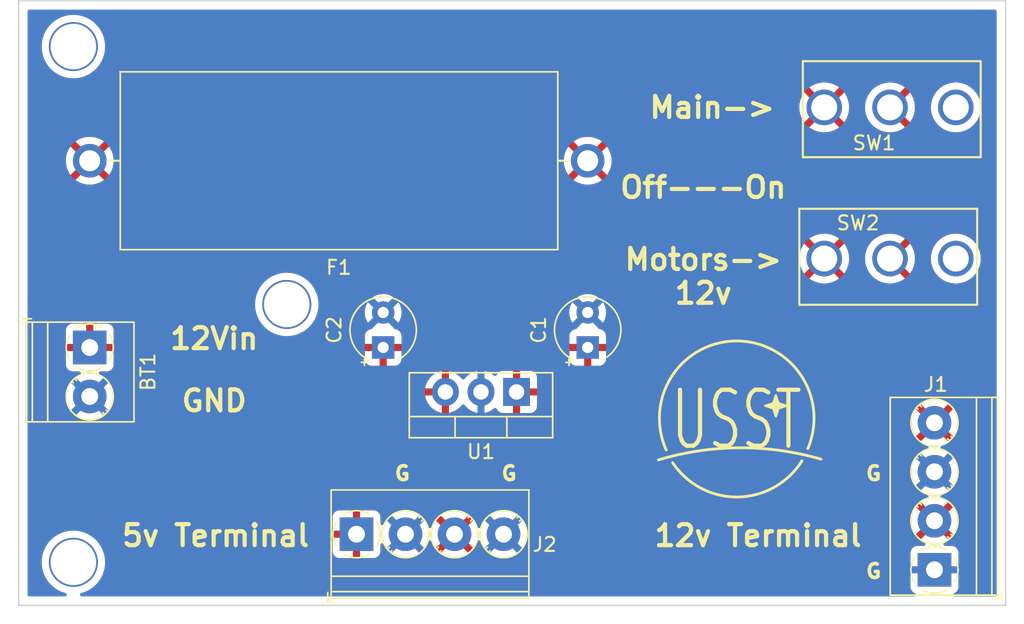
<source format=kicad_pcb>
(kicad_pcb (version 20221018) (generator pcbnew)
  (layers (0 "F.Cu" signal) (31 "B.Cu" signal) (34 "B.Paste" user) (35 "F.Paste" user) (36 "B.SilkS" user "B.Silkscreen") (37 "F.SilkS" user "F.Silkscreen") (38 "B.Mask" user) (39 "F.Mask" user) (44 "Edge.Cuts" user))
  (net 0 "")
  (net 1 "/12v")
  (net 2 "GND")
  (net 3 "Net-(C1-Pad1)")
  (net 4 "/5v")
  (net 5 "Net-(F1-Pad2)")
  (net 6 "Net-(J1-Pad2)")
  (footprint "TerminalBlock_Phoenix:TerminalBlock_Phoenix_PT-1,5-2-3.5-H_1x02_P3.50mm_Horizontal" (layer "F.Cu") (at 53.594 56.261 -90)
    (fp_text reference "BT1" (at 1.75 -4.16 270) (layer "F.SilkS"))
    (fp_text value "Battery")
    (fp_line (start -2.05 4.16) (end -2.05 4.8) (stroke (width 0.12)) (layer "F.SilkS"))
    (fp_line (start -2.05 4.8) (end -1.65 4.8) (stroke (width 0.12)) (layer "F.SilkS"))
    (fp_line (start -1.81 -3.16) (end -1.81 4.56) (stroke (width 0.12)) (layer "F.SilkS"))
    (fp_line (start -1.81 -3.16) (end 5.31 -3.16) (stroke (width 0.12)) (layer "F.SilkS"))
    (fp_line (start -1.81 3) (end 5.31 3) (stroke (width 0.12)) (layer "F.SilkS"))
    (fp_line (start -1.81 4.1) (end 5.31 4.1) (stroke (width 0.12)) (layer "F.SilkS"))
    (fp_line (start -1.81 4.56) (end 5.31 4.56) (stroke (width 0.12)) (layer "F.SilkS"))
    (fp_line (start 2.355 0.941) (end 2.226 1.069) (stroke (width 0.12)) (layer "F.SilkS"))
    (fp_line (start 2.525 1.181) (end 2.431 1.274) (stroke (width 0.12)) (layer "F.SilkS"))
    (fp_line (start 4.57 -1.275) (end 4.476 -1.181) (stroke (width 0.12)) (layer "F.SilkS"))
    (fp_line (start 4.775 -1.069) (end 4.646 -0.941) (stroke (width 0.12)) (layer "F.SilkS"))
    (fp_line (start 5.31 -3.16) (end 5.31 4.56) (stroke (width 0.12)) (layer "F.SilkS"))
    (fp_arc (start -1.425358 0.889894) (mid -1.680286 0.014012) (end -1.44 -0.866) (stroke (width 0.12)) (layer "F.SilkS"))
    (fp_arc (start -0.889894 -1.425358) (mid -0.014012 -1.680286) (end 0.866 -1.44) (stroke (width 0.12)) (layer "F.SilkS"))
    (fp_arc (start 0.028674 1.680099) (mid -0.435535 1.622918) (end -0.866 1.44) (stroke (width 0.12)) (layer "F.SilkS"))
    (fp_arc (start 0.890264 1.424721) (mid 0.463071 1.61492) (end 0 1.68) (stroke (width 0.12)) (layer "F.SilkS"))
    (fp_arc (start 1.425504 -0.890193) (mid 1.680626 0.000476) (end 1.425 0.891) (stroke (width 0.12)) (layer "F.SilkS"))
    (fp_circle (center 3.5 0) (end 5.18 0) (stroke (width 0.12)) (fill none) (layer "F.SilkS"))
    (pad "1" thru_hole rect (at 0 0 270) (size 2.4 2.4) (drill 1.2) (layers "*.Cu" "*.Mask") (net 1 "/12v"))
    (pad "2" thru_hole circle (at 3.5 0 270) (size 2.4 2.4) (drill 1.2) (layers "*.Cu" "*.Mask") (net 2 "GND"))
  )
  (footprint "Capacitor_THT:CP_Radial_Tantal_D4.5mm_P2.50mm" (layer "F.Cu") (at 74.549 56.261 90)
    (fp_text reference "C2" (at 1.25 -3.5 90) (layer "F.SilkS"))
    (fp_text value "u 0.1F")
    (fp_line (start -1.287288 -1.335) (end -0.837288 -1.335) (stroke (width 0.12)) (layer "F.SilkS"))
    (fp_line (start -1.062288 -1.56) (end -1.062288 -1.11) (stroke (width 0.12)) (layer "F.SilkS"))
    (fp_arc (start -0.869741 -1.06) (mid 3.62 0) (end -0.869741 1.06) (stroke (width 0.12)) (layer "F.SilkS"))
    (pad "1" thru_hole rect (at 0 0 90) (size 1.6 1.6) (drill 0.8) (layers "*.Cu" "*.Mask") (net 4 "/5v"))
    (pad "2" thru_hole circle (at 2.5 0 90) (size 1.6 1.6) (drill 0.8) (layers "*.Cu" "*.Mask") (net 2 "GND"))
  )
  (footprint "Mini-Rover-Power Distribution:LittleFuseHolder-03540101ZXGY-" (layer "F.Cu") (at 53.594 42.926)
    (fp_text reference "F1" (at 17.78 7.62) (layer "F.SilkS"))
    (fp_text value "6.3 A")
    (fp_line (start 1.4 0) (end 2.18 0) (stroke (width 0.15)) (layer "F.SilkS"))
    (fp_line (start 2.159 -6.35) (end 33.44 -6.35) (stroke (width 0.12)) (layer "F.SilkS"))
    (fp_line (start 2.18 -6.35) (end 2.18 6.35) (stroke (width 0.12)) (layer "F.SilkS"))
    (fp_line (start 2.18 6.35) (end 33.44 6.35) (stroke (width 0.12)) (layer "F.SilkS"))
    (fp_line (start 33.423 6.35) (end 33.423 -6.35) (stroke (width 0.12)) (layer "F.SilkS"))
    (fp_line (start 33.528 0) (end 34.208 0) (stroke (width 0.15)) (layer "F.SilkS"))
    (pad "1" thru_hole circle (at 0 0) (size 2.4 2.4) (drill 1.5) (layers "*.Cu" "*.Mask") (net 1 "/12v"))
    (pad "2" thru_hole circle (at 35.56 0) (size 2.4 2.4) (drill 1.5) (layers "*.Cu" "*.Mask") (net 5 "Net-(F1-Pad2)"))
  )
  (footprint "TerminalBlock_Phoenix:TerminalBlock_Phoenix_PT-1,5-4-3.5-H_1x04_P3.50mm_Horizontal" (layer "F.Cu") (at 113.919 72.136 90)
    (fp_text reference "J1" (at 13.2334 0.1016 180) (layer "F.SilkS"))
    (fp_text value "Screw_Terminal_01x04")
    (fp_line (start -2.05 4.16) (end -2.05 4.8) (stroke (width 0.12)) (layer "F.SilkS"))
    (fp_line (start -2.05 4.8) (end -1.65 4.8) (stroke (width 0.12)) (layer "F.SilkS"))
    (fp_line (start -1.81 -3.16) (end -1.81 4.56) (stroke (width 0.12)) (layer "F.SilkS"))
    (fp_line (start -1.81 -3.16) (end 12.31 -3.16) (stroke (width 0.12)) (layer "F.SilkS"))
    (fp_line (start -1.81 3) (end 12.31 3) (stroke (width 0.12)) (layer "F.SilkS"))
    (fp_line (start -1.81 4.1) (end 12.31 4.1) (stroke (width 0.12)) (layer "F.SilkS"))
    (fp_line (start -1.81 4.56) (end 12.31 4.56) (stroke (width 0.12)) (layer "F.SilkS"))
    (fp_line (start 2.355 0.941) (end 2.226 1.069) (stroke (width 0.12)) (layer "F.SilkS"))
    (fp_line (start 2.525 1.181) (end 2.431 1.274) (stroke (width 0.12)) (layer "F.SilkS"))
    (fp_line (start 4.57 -1.275) (end 4.476 -1.181) (stroke (width 0.12)) (layer "F.SilkS"))
    (fp_line (start 4.775 -1.069) (end 4.646 -0.941) (stroke (width 0.12)) (layer "F.SilkS"))
    (fp_line (start 5.855 0.941) (end 5.726 1.069) (stroke (width 0.12)) (layer "F.SilkS"))
    (fp_line (start 6.025 1.181) (end 5.931 1.274) (stroke (width 0.12)) (layer "F.SilkS"))
    (fp_line (start 8.07 -1.275) (end 7.976 -1.181) (stroke (width 0.12)) (layer "F.SilkS"))
    (fp_line (start 8.275 -1.069) (end 8.146 -0.941) (stroke (width 0.12)) (layer "F.SilkS"))
    (fp_line (start 9.355 0.941) (end 9.226 1.069) (stroke (width 0.12)) (layer "F.SilkS"))
    (fp_line (start 9.525 1.181) (end 9.431 1.274) (stroke (width 0.12)) (layer "F.SilkS"))
    (fp_line (start 11.57 -1.275) (end 11.476 -1.181) (stroke (width 0.12)) (layer "F.SilkS"))
    (fp_line (start 11.775 -1.069) (end 11.646 -0.941) (stroke (width 0.12)) (layer "F.SilkS"))
    (fp_line (start 12.31 -3.16) (end 12.31 4.56) (stroke (width 0.12)) (layer "F.SilkS"))
    (fp_arc (start -1.425358 0.889894) (mid -1.680286 0.014012) (end -1.44 -0.866) (stroke (width 0.12)) (layer "F.SilkS"))
    (fp_arc (start -0.889894 -1.425358) (mid -0.014012 -1.680286) (end 0.866 -1.44) (stroke (width 0.12)) (layer "F.SilkS"))
    (fp_arc (start 0.028674 1.680099) (mid -0.435535 1.622918) (end -0.866 1.44) (stroke (width 0.12)) (layer "F.SilkS"))
    (fp_arc (start 0.890264 1.424721) (mid 0.463071 1.61492) (end 0 1.68) (stroke (width 0.12)) (layer "F.SilkS"))
    (fp_arc (start 1.425504 -0.890193) (mid 1.680626 0.000476) (end 1.425 0.891) (stroke (width 0.12)) (layer "F.SilkS"))
    (fp_circle (center 3.5 0) (end 5.18 0) (stroke (width 0.12)) (fill none) (layer "F.SilkS"))
    (fp_circle (center 7 0) (end 8.68 0) (stroke (width 0.12)) (fill none) (layer "F.SilkS"))
    (fp_circle (center 10.5 0) (end 12.18 0) (stroke (width 0.12)) (fill none) (layer "F.SilkS"))
    (pad "1" thru_hole rect (at 0 0 90) (size 2.4 2.4) (drill 1.2) (layers "*.Cu" "*.Mask") (net 2 "GND"))
    (pad "2" thru_hole circle (at 3.5 0 90) (size 2.4 2.4) (drill 1.2) (layers "*.Cu" "*.Mask") (net 6 "Net-(J1-Pad2)"))
    (pad "3" thru_hole circle (at 7 0 90) (size 2.4 2.4) (drill 1.2) (layers "*.Cu" "*.Mask") (net 2 "GND"))
    (pad "4" thru_hole circle (at 10.5 0 90) (size 2.4 2.4) (drill 1.2) (layers "*.Cu" "*.Mask") (net 6 "Net-(J1-Pad2)"))
  )
  (footprint "TerminalBlock_Phoenix:TerminalBlock_Phoenix_PT-1,5-4-3.5-H_1x04_P3.50mm_Horizontal" (layer "F.Cu") (at 72.644 69.596)
    (fp_text reference "J2" (at 13.4366 0.7366) (layer "F.SilkS"))
    (fp_text value "Screw_Terminal_01x04")
    (fp_line (start -2.05 4.16) (end -2.05 4.8) (stroke (width 0.12)) (layer "F.SilkS"))
    (fp_line (start -2.05 4.8) (end -1.65 4.8) (stroke (width 0.12)) (layer "F.SilkS"))
    (fp_line (start -1.81 -3.16) (end -1.81 4.56) (stroke (width 0.12)) (layer "F.SilkS"))
    (fp_line (start -1.81 -3.16) (end 12.31 -3.16) (stroke (width 0.12)) (layer "F.SilkS"))
    (fp_line (start -1.81 3) (end 12.31 3) (stroke (width 0.12)) (layer "F.SilkS"))
    (fp_line (start -1.81 4.1) (end 12.31 4.1) (stroke (width 0.12)) (layer "F.SilkS"))
    (fp_line (start -1.81 4.56) (end 12.31 4.56) (stroke (width 0.12)) (layer "F.SilkS"))
    (fp_line (start 2.355 0.941) (end 2.226 1.069) (stroke (width 0.12)) (layer "F.SilkS"))
    (fp_line (start 2.525 1.181) (end 2.431 1.274) (stroke (width 0.12)) (layer "F.SilkS"))
    (fp_line (start 4.57 -1.275) (end 4.476 -1.181) (stroke (width 0.12)) (layer "F.SilkS"))
    (fp_line (start 4.775 -1.069) (end 4.646 -0.941) (stroke (width 0.12)) (layer "F.SilkS"))
    (fp_line (start 5.855 0.941) (end 5.726 1.069) (stroke (width 0.12)) (layer "F.SilkS"))
    (fp_line (start 6.025 1.181) (end 5.931 1.274) (stroke (width 0.12)) (layer "F.SilkS"))
    (fp_line (start 8.07 -1.275) (end 7.976 -1.181) (stroke (width 0.12)) (layer "F.SilkS"))
    (fp_line (start 8.275 -1.069) (end 8.146 -0.941) (stroke (width 0.12)) (layer "F.SilkS"))
    (fp_line (start 9.355 0.941) (end 9.226 1.069) (stroke (width 0.12)) (layer "F.SilkS"))
    (fp_line (start 9.525 1.181) (end 9.431 1.274) (stroke (width 0.12)) (layer "F.SilkS"))
    (fp_line (start 11.57 -1.275) (end 11.476 -1.181) (stroke (width 0.12)) (layer "F.SilkS"))
    (fp_line (start 11.775 -1.069) (end 11.646 -0.941) (stroke (width 0.12)) (layer "F.SilkS"))
    (fp_line (start 12.31 -3.16) (end 12.31 4.56) (stroke (width 0.12)) (layer "F.SilkS"))
    (fp_arc (start -1.425358 0.889894) (mid -1.680286 0.014012) (end -1.44 -0.866) (stroke (width 0.12)) (layer "F.SilkS"))
    (fp_arc (start -0.889894 -1.425358) (mid -0.014012 -1.680286) (end 0.866 -1.44) (stroke (width 0.12)) (layer "F.SilkS"))
    (fp_arc (start 0.028674 1.680099) (mid -0.435535 1.622918) (end -0.866 1.44) (stroke (width 0.12)) (layer "F.SilkS"))
    (fp_arc (start 0.890264 1.424721) (mid 0.463071 1.61492) (end 0 1.68) (stroke (width 0.12)) (layer "F.SilkS"))
    (fp_arc (start 1.425504 -0.890193) (mid 1.680626 0.000476) (end 1.425 0.891) (stroke (width 0.12)) (layer "F.SilkS"))
    (fp_circle (center 3.5 0) (end 5.18 0) (stroke (width 0.12)) (fill none) (layer "F.SilkS"))
    (fp_circle (center 7 0) (end 8.68 0) (stroke (width 0.12)) (fill none) (layer "F.SilkS"))
    (fp_circle (center 10.5 0) (end 12.18 0) (stroke (width 0.12)) (fill none) (layer "F.SilkS"))
    (pad "1" thru_hole rect (at 0 0) (size 2.4 2.4) (drill 1.2) (layers "*.Cu" "*.Mask") (net 4 "/5v"))
    (pad "2" thru_hole circle (at 3.5 0) (size 2.4 2.4) (drill 1.2) (layers "*.Cu" "*.Mask") (net 2 "GND"))
    (pad "3" thru_hole circle (at 7 0) (size 2.4 2.4) (drill 1.2) (layers "*.Cu" "*.Mask") (net 4 "/5v"))
    (pad "4" thru_hole circle (at 10.5 0) (size 2.4 2.4) (drill 1.2) (layers "*.Cu" "*.Mask") (net 2 "GND"))
  )
  (footprint "Mini-Rover-Power Distribution:Switch_Toggle" (layer "F.Cu") (at 106.045 39.116)
    (fp_text reference "SW1" (at 3.556 2.54) (layer "F.SilkS"))
    (fp_text value "Toggle Switch")
    (fp_line (start -1.524 -3.302) (end -1.524 3.556) (stroke (width 0.15)) (layer "F.SilkS"))
    (fp_line (start -1.524 3.556) (end 11.176 3.556) (stroke (width 0.15)) (layer "F.SilkS"))
    (fp_line (start 11.176 -3.302) (end -1.524 -3.302) (stroke (width 0.15)) (layer "F.SilkS"))
    (fp_line (start 11.176 -3.302) (end 11.176 3.556) (stroke (width 0.15)) (layer "F.SilkS"))
    (pad "1" thru_hole circle (at 0 0) (size 2.54 2.54) (drill 1.8542) (layers "*.Cu" "*.Mask") (net 3 "Net-(C1-Pad1)"))
    (pad "2" thru_hole circle (at 4.699 0) (size 2.54 2.54) (drill 1.8542) (layers "*.Cu" "*.Mask") (net 5 "Net-(F1-Pad2)"))
    (pad "3" thru_hole circle (at 9.398 0) (size 2.54 2.54) (drill 1.8542) (layers "*.Cu" "*.Mask"))
  )
  (footprint "Mini-Rover-Power Distribution:Switch_Toggle" (layer "F.Cu") (at 115.443 49.911 180)
    (fp_text reference "SW2" (at 6.985 2.54 180) (layer "F.SilkS"))
    (fp_text value "Toggle Switch")
    (fp_line (start -1.524 -3.302) (end -1.524 3.556) (stroke (width 0.15)) (layer "F.SilkS"))
    (fp_line (start -1.524 3.556) (end 11.176 3.556) (stroke (width 0.15)) (layer "F.SilkS"))
    (fp_line (start 11.176 -3.302) (end -1.524 -3.302) (stroke (width 0.15)) (layer "F.SilkS"))
    (fp_line (start 11.176 -3.302) (end 11.176 3.556) (stroke (width 0.15)) (layer "F.SilkS"))
    (pad "1" thru_hole circle (at 0 0 180) (size 2.54 2.54) (drill 1.8542) (layers "*.Cu" "*.Mask"))
    (pad "2" thru_hole circle (at 4.699 0 180) (size 2.54 2.54) (drill 1.8542) (layers "*.Cu" "*.Mask") (net 6 "Net-(J1-Pad2)"))
    (pad "3" thru_hole circle (at 9.398 0 180) (size 2.54 2.54) (drill 1.8542) (layers "*.Cu" "*.Mask") (net 3 "Net-(C1-Pad1)"))
  )
  (footprint "Package_TO_SOT_THT:TO-220-3_Vertical" (layer "F.Cu") (at 84.074 59.436 180)
    (fp_text reference "U1" (at 2.54 -4.27 180) (layer "F.SilkS"))
    (fp_text value "LM7805CT/NOPB")
    (fp_line (start -2.58 -3.27) (end -2.58 1.371) (stroke (width 0.12)) (layer "F.SilkS"))
    (fp_line (start -2.58 -3.27) (end 7.66 -3.27) (stroke (width 0.12)) (layer "F.SilkS"))
    (fp_line (start -2.58 -1.76) (end 7.66 -1.76) (stroke (width 0.12)) (layer "F.SilkS"))
    (fp_line (start -2.58 1.371) (end 7.66 1.371) (stroke (width 0.12)) (layer "F.SilkS"))
    (fp_line (start 0.69 -3.27) (end 0.69 -1.76) (stroke (width 0.12)) (layer "F.SilkS"))
    (fp_line (start 4.391 -3.27) (end 4.391 -1.76) (stroke (width 0.12)) (layer "F.SilkS"))
    (fp_line (start 7.66 -3.27) (end 7.66 1.371) (stroke (width 0.12)) (layer "F.SilkS"))
    (pad "1" thru_hole rect (at 0 0 180) (size 1.905 2) (drill 1.1) (layers "*.Cu" "*.Mask") (net 3 "Net-(C1-Pad1)"))
    (pad "2" thru_hole oval (at 2.54 0 180) (size 1.905 2) (drill 1.1) (layers "*.Cu" "*.Mask") (net 2 "GND"))
    (pad "3" thru_hole oval (at 5.08 0 180) (size 1.905 2) (drill 1.1) (layers "*.Cu" "*.Mask") (net 4 "/5v"))
  )
  (footprint "Capacitor_THT:CP_Radial_Tantal_D4.5mm_P2.50mm" (layer "F.Cu") (at 89.154 56.261 90)
    (fp_text reference "C1" (at 1.25 -3.5 90) (layer "F.SilkS"))
    (fp_text value "u 0.22F")
    (fp_line (start -1.287288 -1.335) (end -0.837288 -1.335) (stroke (width 0.12)) (layer "F.SilkS"))
    (fp_line (start -1.062288 -1.56) (end -1.062288 -1.11) (stroke (width 0.12)) (layer "F.SilkS"))
    (fp_arc (start -0.869741 -1.06) (mid 3.62 0) (end -0.869741 1.06) (stroke (width 0.12)) (layer "F.SilkS"))
    (pad "1" thru_hole rect (at 0 0 90) (size 1.6 1.6) (drill 0.8) (layers "*.Cu" "*.Mask") (net 3 "Net-(C1-Pad1)"))
    (pad "2" thru_hole circle (at 2.5 0 90) (size 1.6 1.6) (drill 0.8) (layers "*.Cu" "*.Mask") (net 2 "GND"))
  )
  (gr_arc (start 94.763019 63.580712) (mid 99.738689 55.796151) (end 104.876599 63.474599) (stroke (width 0.2)) (layer "F.SilkS"))
  (gr_arc (start 94.2086 64.288254) (mid 100.00737 63.423988) (end 105.813603 64.2366) (stroke (width 0.2)) (layer "F.SilkS"))
  (gr_poly (pts (xy 102.5906 59.6646) (xy 102.3366 60.4266) (xy 102.5906 61.1886) (xy 102.8446 60.4266)) (stroke (width 0.15)) (fill solid) (layer "F.SilkS"))
  (gr_arc (start 104.45623 64.35487) (mid 99.877379 66.936865) (end 95.2246 64.490599) (stroke (width 0.2)) (layer "F.SilkS"))
  (gr_poly (pts (xy 103.3526 60.4266) (xy 102.5906 60.1726) (xy 101.8286 60.4266) (xy 102.5906 60.6806)) (stroke (width 0.15)) (fill solid) (layer "F.SilkS"))
  (gr_line (start 48.514 31.496) (end 118.999 31.496) (stroke (width 0.1)) (layer "Edge.Cuts"))
  (gr_line (start 118.999 74.676) (end 48.514 74.676) (stroke (width 0.1)) (layer "Edge.Cuts"))
  (gr_line (start 118.999 31.496) (end 118.999 74.676) (stroke (width 0.1)) (layer "Edge.Cuts"))
  (gr_line (start 48.514 74.676) (end 48.514 31.496) (stroke (width 0.1)) (layer "Edge.Cuts"))
  (gr_text "G" (at 75.9206 65.2526) (layer "F.SilkS") (effects (font (size 1 1) (thickness 0.25))))
  (gr_text "Main->" (at 98.044 39.116) (layer "F.SilkS") (effects (font (size 1.5 1.5) (thickness 0.3))))
  (gr_text "Motors->\n12v" (at 97.409 51.181) (layer "F.SilkS") (effects (font (size 1.5 1.5) (thickness 0.3))))
  (gr_text "Off---On" (at 97.409 44.831) (layer "F.SilkS") (effects (font (size 1.5 1.5) (thickness 0.3))))
  (gr_text "GND" (at 62.484 60.071) (layer "F.SilkS") (effects (font (size 1.5 1.5) (thickness 0.3))))
  (gr_text "USST" (at 99.7966 61.4426) (layer "F.SilkS") (effects (font (size 4 2.5) (thickness 0.3))))
  (gr_text "12Vin" (at 62.484 55.626) (layer "F.SilkS") (effects (font (size 1.5 1.5) (thickness 0.3))))
  (gr_text "G" (at 109.5756 72.2376) (layer "F.SilkS") (effects (font (size 1 1) (thickness 0.25))))
  (gr_text "G" (at 109.5756 65.2526) (layer "F.SilkS") (effects (font (size 1 1) (thickness 0.25))))
  (gr_text "5v Terminal" (at 62.5856 69.6976) (layer "F.SilkS") (effects (font (size 1.5 1.5) (thickness 0.3))))
  (gr_text "12v Terminal" (at 101.3206 69.6976) (layer "F.SilkS") (effects (font (size 1.5 1.5) (thickness 0.3))))
  (gr_text "G" (at 83.5406 65.2526) (layer "F.SilkS") (effects (font (size 1 1) (thickness 0.25))))
  (via (at 52.4256 34.7726) (size 3.5) (drill 3.25) (layers "F.Cu" "B.Cu") (net 0))
  (via (at 52.4256 71.6026) (size 3.5) (drill 3.25) (layers "F.Cu" "B.Cu") (net 0))
  (via (at 67.6656 53.1876) (size 3.5) (drill 3.25) (layers "F.Cu" "B.Cu") (net 0))
  (zone (net 1) (net_name "/12v") (layer "F.Cu") (connect_pads (clearance 0.508)) (min_thickness 0.254) (fill yes (thermal_gap 0.508) (thermal_bridge_width 0.508))
    (polygon (pts (xy 50.419 58.801) (xy 57.404 58.801) (xy 57.404 39.751) (xy 50.419 39.751)))
  )
  (zone (net 4) (net_name "/5v") (layer "F.Cu") (connect_pads (clearance 0.508)) (min_thickness 0.254) (fill yes (thermal_gap 0.508) (thermal_bridge_width 0.508))
    (polygon (pts (xy 81.534 72.136) (xy 70.104 72.136) (xy 70.104 54.356) (xy 80.264 54.356) (xy 80.264 65.151) (xy 81.534 65.151)))
  )
  (zone (net 6) (net_name "Net-(J1-Pad2)") (layer "F.Cu") (connect_pads (clearance 0.508)) (min_thickness 0.254) (fill yes (thermal_gap 0.508) (thermal_bridge_width 0.508))
    (polygon (pts (xy 109.474 47.371) (xy 117.729 47.371) (xy 117.729 70.866) (xy 109.474 70.866)))
  )
  (zone (net 3) (net_name "Net-(C1-Pad1)") (layer "F.Cu") (connect_pads (clearance 0.508)) (min_thickness 0.254) (fill yes (thermal_gap 0.508) (thermal_bridge_width 0.508))
    (polygon (pts (xy 108.204 36.576) (xy 108.204 55.626) (xy 98.044 55.626) (xy 98.044 63.246) (xy 82.169 63.246) (xy 82.169 54.356) (xy 93.599 54.356) (xy 93.599 49.911) (xy 103.124 49.911) (xy 103.124 36.576)))
  )
  (zone (net 5) (net_name "Net-(F1-Pad2)") (layer "F.Cu") (connect_pads (clearance 0.508)) (min_thickness 0.254) (fill yes (thermal_gap 0.508) (thermal_bridge_width 0.508))
    (polygon (pts (xy 109.474 41.656) (xy 113.919 41.656) (xy 117.094 41.656) (xy 117.094 32.766) (xy 85.344 32.766) (xy 85.344 46.736) (xy 96.139 46.736) (xy 96.139 34.671) (xy 109.474 34.671)))
  )
  (zone (net 2) (net_name "GND") (layer "B.Cu") (connect_pads (clearance 0.508)) (min_thickness 0.254) (fill yes (thermal_gap 0.508) (thermal_bridge_width 0.508))
    (polygon (pts (xy 118.364 74.041) (xy 118.364 32.131) (xy 49.149 32.131) (xy 49.149 74.041)))
  )
)
</source>
